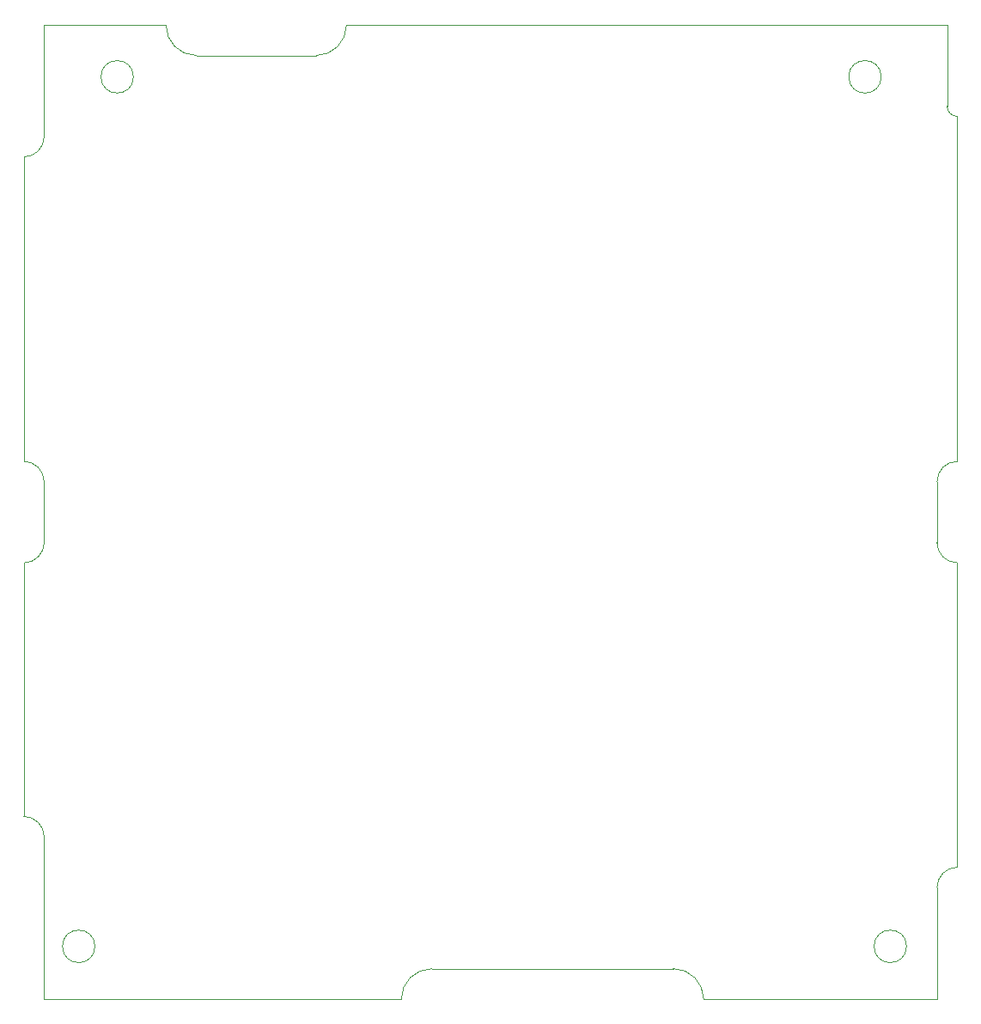
<source format=gbr>
G04 #@! TF.FileFunction,Profile,NP*
%FSLAX45Y45*%
G04 Gerber Fmt 4.5, Leading zero omitted, Abs format (unit mm)*
G04 Created by KiCad (PCBNEW 4.0.7) date 02/13/18 13:39:06*
%MOMM*%
%LPD*%
G01*
G04 APERTURE LIST*
%ADD10C,0.100000*%
G04 APERTURE END LIST*
D10*
X17192000Y-6900000D02*
G75*
G02X17392000Y-6700000I200000J0D01*
G01*
X11072000Y-2700000D02*
X9892000Y-2700000D01*
X14592000Y-11700000D02*
G75*
G02X14892000Y-12000000I0J-300000D01*
G01*
X8192000Y-6700000D02*
G75*
G02X8392000Y-6900000I0J-200000D01*
G01*
X16642000Y-2910000D02*
G75*
G03X16642000Y-2910000I-160000J0D01*
G01*
X16892000Y-11480000D02*
G75*
G03X16892000Y-11480000I-160000J0D01*
G01*
X12212000Y-11700000D02*
X14592000Y-11700000D01*
X9272000Y-2910000D02*
G75*
G03X9272000Y-2910000I-160000J0D01*
G01*
X17192000Y-12000000D02*
X17192000Y-10900000D01*
X8392000Y-10400000D02*
X8392000Y-12000000D01*
X8892000Y-11480000D02*
G75*
G03X8892000Y-11480000I-160000J0D01*
G01*
X9592000Y-2400000D02*
X8392000Y-2400000D01*
X8392000Y-6900000D02*
X8392000Y-7500000D01*
X9892000Y-2700000D02*
G75*
G02X9592000Y-2400000I0J300000D01*
G01*
X8392000Y-3500000D02*
G75*
G02X8192000Y-3700000I-200000J0D01*
G01*
X17392000Y-10700000D02*
X17392000Y-7700000D01*
X17392000Y-3300000D02*
G75*
G02X17292000Y-3200000I0J100000D01*
G01*
X8192000Y-7700000D02*
X8192000Y-10200000D01*
X8192000Y-3700000D02*
X8192000Y-6700000D01*
X17292000Y-3200000D02*
X17292000Y-2400000D01*
X17192000Y-10900000D02*
G75*
G02X17392000Y-10700000I200000J0D01*
G01*
X11372000Y-2400000D02*
G75*
G02X11072000Y-2700000I-300000J0D01*
G01*
X17392000Y-6700000D02*
X17392000Y-3300000D01*
X11912000Y-12000000D02*
G75*
G02X12212000Y-11700000I300000J0D01*
G01*
X8392000Y-7500000D02*
G75*
G02X8192000Y-7700000I-200000J0D01*
G01*
X17292000Y-2400000D02*
X11372000Y-2400000D01*
X14892000Y-12000000D02*
X17192000Y-12000000D01*
X8392000Y-12000000D02*
X11912000Y-12000000D01*
X8392000Y-2400000D02*
X8392000Y-3500000D01*
X8192000Y-10200000D02*
G75*
G02X8392000Y-10400000I0J-200000D01*
G01*
X17392000Y-7700000D02*
G75*
G02X17192000Y-7500000I0J200000D01*
G01*
X17192000Y-7500000D02*
X17192000Y-6900000D01*
M02*

</source>
